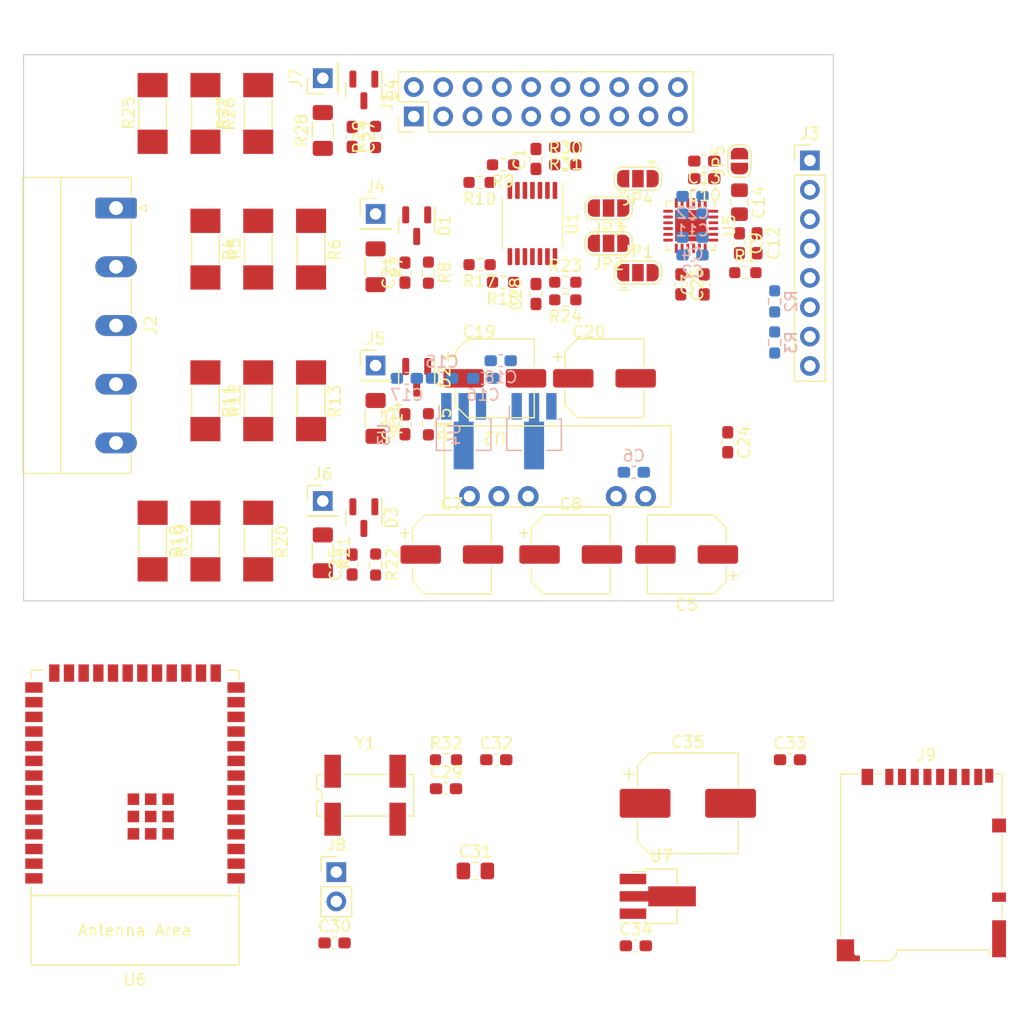
<source format=kicad_pcb>
(kicad_pcb (version 20211014) (generator pcbnew)
  (layers (0 "F.Cu" signal) (31 "B.Cu" signal) (34 "B.Paste" user) (35 "F.Paste" user) (36 "B.SilkS" user "B.Silkscreen") (37 "F.SilkS" user "F.Silkscreen") (38 "B.Mask" user) (39 "F.Mask" user) (44 "Edge.Cuts" user))
  (net 0 "")
  (net 1 "+12V")
  (net 2 "GND")
  (net 3 "Net-(JP1-Pad2)")
  (net 4 "-12V")
  (net 5 "Net-(JP2-Pad2)")
  (net 6 "+5V")
  (net 7 "+15V")
  (net 8 "-15V")
  (net 9 "+3.3V")
  (net 10 "Net-(JP3-Pad2)")
  (net 11 "Net-(C14-Pad1)")
  (net 12 "Net-(C21-Pad1)")
  (net 13 "Net-(JP4-Pad2)")
  (net 14 "Net-(C23-Pad1)")
  (net 15 "Net-(C25-Pad1)")
  (net 16 "Net-(C27-Pad1)")
  (net 17 "/IN0_EXT")
  (net 18 "/IN4_EXT")
  (net 19 "/IN1_EXT")
  (net 20 "/IN5_EXT")
  (net 21 "/IN2_EXT")
  (net 22 "/IN6_EXT")
  (net 23 "/IN3_EXT")
  (net 24 "/IN7_EXT")
  (net 27 "/REF_EXT")
  (net 28 "/voltage_input3/IN")
  (net 29 "/voltage_input/IN")
  (net 30 "/voltage_input1/IN")
  (net 31 "/voltage_input2/IN")
  (net 32 "/SCLK")
  (net 33 "/MOSI")
  (net 34 "/MISO")
  (net 35 "/CS")
  (net 36 "/PD")
  (net 37 "/voltage_input3/OUT")
  (net 38 "/voltage_input/OUT")
  (net 39 "/voltage_input1/OUT")
  (net 40 "/voltage_input2/OUT")
  (net 41 "Net-(R1-Pad1)")
  (net 42 "Net-(R4-Pad2)")
  (net 43 "Net-(R5-Pad2)")
  (net 44 "Net-(R8-Pad1)")
  (net 45 "Net-(R9-Pad1)")
  (net 46 "Net-(R10-Pad1)")
  (net 47 "Net-(R11-Pad2)")
  (net 48 "Net-(R12-Pad2)")
  (net 49 "Net-(R15-Pad1)")
  (net 50 "Net-(R16-Pad1)")
  (net 51 "Net-(R16-Pad2)")
  (net 52 "Net-(R18-Pad2)")
  (net 53 "Net-(R19-Pad2)")
  (net 54 "Net-(R22-Pad1)")
  (net 55 "Net-(R23-Pad1)")
  (net 56 "Net-(R23-Pad2)")
  (net 57 "Net-(R25-Pad2)")
  (net 58 "Net-(R26-Pad2)")
  (net 59 "Net-(R29-Pad1)")
  (net 60 "Net-(R30-Pad1)")
  (net 61 "Net-(R30-Pad2)")
  (net 62 "/AL_PD")
  (net 63 "Net-(C24-Pad1)")
  (net 64 "Net-(C29-Pad1)")
  (net 65 "Net-(C30-Pad1)")
  (net 66 "Net-(C31-Pad1)")
  (net 67 "Net-(J8-Pad1)")
  (net 68 "Net-(U6-Pad1)")
  (footprint "Connector_Phoenix_MC_HighVoltage:PhoenixContact_MC_1,5_5-G-5.08_1x05_P5.08mm_Horizontal" (layer "F.Cu") (at 117.7405 92.003 -90)
    (fp_text reference "J2" (at 10.16 -3 90) (layer "F.SilkS"))
    (fp_text value "Phoenix Stecker")
    (pad "1" thru_hole roundrect (at 0 0 270) (size 1.8 3.6) (drill 1.2) (layers *.Cu *.Mask) (roundrect_rratio 0.138889) (net 28 "/voltage_input3/IN"))
    (pad "2" thru_hole oval (at 5.08 0 270) (size 1.8 3.6) (drill 1.2) (layers *.Cu *.Mask) (net 29 "/voltage_input/IN"))
    (pad "3" thru_hole oval (at 10.16 0 270) (size 1.8 3.6) (drill 1.2) (layers *.Cu *.Mask) (net 30 "/voltage_input1/IN"))
    (pad "4" thru_hole oval (at 15.24 0 270) (size 1.8 3.6) (drill 1.2) (layers *.Cu *.Mask) (net 31 "/voltage_input2/IN"))
    (pad "5" thru_hole oval (at 20.32 0 270) (size 1.8 3.6) (drill 1.2) (layers *.Cu *.Mask) (net 2 "GND"))
  )
  (footprint "Package_TO_SOT_SMD:SOT-23" (layer "F.Cu") (at 139.192 118.782 -90)
    (fp_text reference "D3" (at 0 -2.4 90) (layer "F.SilkS"))
    (fp_text value "BAV99")
    (pad "1" smd roundrect (at -0.9375 -0.95 270) (size 1.475 0.6) (layers "F.Cu" "F.Paste" "F.Mask") (net 4 "-12V"))
    (pad "2" smd roundrect (at -0.9375 0.95 270) (size 1.475 0.6) (layers "F.Cu" "F.Paste" "F.Mask") (net 1 "+12V"))
    (pad "3" smd roundrect (at 0.9375 0 270) (size 1.475 0.6) (layers "F.Cu" "F.Paste" "F.Mask") (net 15 "Net-(C25-Pad1)"))
  )
  (footprint "Capacitor_SMD:CP_Elec_6.3x5.7" (layer "F.Cu") (at 157.102 121.975)
    (fp_text reference "C8" (at 0 -4.35) (layer "F.SilkS"))
    (fp_text value "47u")
    (pad "1" smd roundrect (at -2.7 0) (size 3.5 1.6) (layers "F.Cu" "F.Paste" "F.Mask") (roundrect_rratio 0.15625) (net 2 "GND"))
    (pad "2" smd roundrect (at 2.7 0) (size 3.5 1.6) (layers "F.Cu" "F.Paste" "F.Mask") (roundrect_rratio 0.15625) (net 8 "-15V"))
  )
  (footprint "Connector_PinHeader_2.54mm:PinHeader_1x01_P2.54mm_Vertical" (layer "F.Cu") (at 135.636 80.772 90)
    (fp_text reference "J7" (at 0 -2.33 90) (layer "F.SilkS"))
    (fp_text value "Conn_01x01_Male")
    (pad "1" thru_hole rect (at 0 0 90) (size 1.7 1.7) (drill 1) (layers *.Cu *.Mask) (net 16 "Net-(C27-Pad1)"))
  )
  (footprint "Connector_PinHeader_2.54mm:PinHeader_1x01_P2.54mm_Vertical" (layer "F.Cu") (at 140.208 92.511)
    (fp_text reference "J4" (at 0 -2.33) (layer "F.SilkS"))
    (fp_text value "Conn_01x01_Male")
    (pad "1" thru_hole rect (at 0 0) (size 1.7 1.7) (drill 1) (layers *.Cu *.Mask) (net 12 "Net-(C21-Pad1)"))
  )
  (footprint "Package_SO:TSSOP-14_4.4x5mm_P0.65mm" (layer "F.Cu") (at 153.782 93.3415 -90)
    (fp_text reference "U1" (at 0 -3.45 90) (layer "F.SilkS"))
    (fp_text value "Opamp_Quad")
    (pad "1" smd roundrect (at -2.8625 -1.95 270) (size 1.475 0.4) (layers "F.Cu" "F.Paste" "F.Mask") (net 61 "Net-(R30-Pad2)"))
    (pad "2" smd roundrect (at -2.8625 -1.3 270) (size 1.475 0.4) (layers "F.Cu" "F.Paste" "F.Mask") (net 60 "Net-(R30-Pad1)"))
    (pad "3" smd roundrect (at -2.8625 -0.65 270) (size 1.475 0.4) (layers "F.Cu" "F.Paste" "F.Mask") (net 59 "Net-(R29-Pad1)"))
    (pad "4" smd roundrect (at -2.8625 0 270) (size 1.475 0.4) (layers "F.Cu" "F.Paste" "F.Mask") (net 1 "+12V"))
    (pad "5" smd roundrect (at -2.8625 0.65 270) (size 1.475 0.4) (layers "F.Cu" "F.Paste" "F.Mask") (net 44 "Net-(R8-Pad1)"))
    (pad "6" smd roundrect (at -2.8625 1.3 270) (size 1.475 0.4) (layers "F.Cu" "F.Paste" "F.Mask") (net 45 "Net-(R9-Pad1)"))
    (pad "7" smd roundrect (at -2.8625 1.95 270) (size 1.475 0.4) (layers "F.Cu" "F.Paste" "F.Mask") (net 46 "Net-(R10-Pad1)"))
    (pad "8" smd roundrect (at 2.8625 1.95 270) (size 1.475 0.4) (layers "F.Cu" "F.Paste" "F.Mask") (net 51 "Net-(R16-Pad2)"))
    (pad "9" smd roundrect (at 2.8625 1.3 270) (size 1.475 0.4) (layers "F.Cu" "F.Paste" "F.Mask") (net 50 "Net-(R16-Pad1)"))
    (pad "10" smd roundrect (at 2.8625 0.65 270) (size 1.475 0.4) (layers "F.Cu" "F.Paste" "F.Mask") (net 49 "Net-(R15-Pad1)"))
    (pad "11" smd roundrect (at 2.8625 0 270) (size 1.475 0.4) (layers "F.Cu" "F.Paste" "F.Mask") (net 4 "-12V"))
    (pad "12" smd roundrect (at 2.8625 -0.65 270) (size 1.475 0.4) (layers "F.Cu" "F.Paste" "F.Mask") (net 54 "Net-(R22-Pad1)"))
    (pad "13" smd roundrect (at 2.8625 -1.3 270) (size 1.475 0.4) (layers "F.Cu" "F.Paste" "F.Mask") (net 55 "Net-(R23-Pad1)"))
    (pad "14" smd roundrect (at 2.8625 -1.95 270) (size 1.475 0.4) (layers "F.Cu" "F.Paste" "F.Mask") (net 56 "Net-(R23-Pad2)"))
  )
  (footprint "Resistor_SMD:R_MELF_MMB-0207" (layer "F.Cu") (at 130.048 83.82 90)
    (fp_text reference "R27" (at 0.05 -3.048 90) (layer "F.SilkS"))
    (fp_text value "330k")
    (pad "1" smd rect (at -2.45 0 90) (size 2.1 2.6) (layers "F.Cu" "F.Paste" "F.Mask") (net 58 "Net-(R26-Pad2)"))
    (pad "2" smd rect (at 2.45 0 90) (size 2.1 2.6) (layers "F.Cu" "F.Paste" "F.Mask") (net 16 "Net-(C27-Pad1)"))
  )
  (footprint "Resistor_SMD:R_MELF_MMB-0207" (layer "F.Cu") (at 125.476 95.559 -90)
    (fp_text reference "R4" (at 0.05 -2.05 90) (layer "F.SilkS"))
    (fp_text value "330k")
    (pad "1" smd rect (at -2.45 0 270) (size 2.1 2.6) (layers "F.Cu" "F.Paste" "F.Mask") (net 29 "/voltage_input/IN"))
    (pad "2" smd rect (at 2.45 0 270) (size 2.1 2.6) (layers "F.Cu" "F.Paste" "F.Mask") (net 42 "Net-(R4-Pad2)"))
  )
  (footprint "Connector_PinHeader_2.54mm:PinHeader_2x10_P2.54mm_Vertical" (layer "F.Cu") (at 143.515 84.079 90)
    (fp_text reference "J1" (at 1.27 -2.33 90) (layer "F.SilkS"))
    (fp_text value "Conn_02x10_Odd_Even")
    (pad "1" thru_hole rect (at 0 0 90) (size 1.7 1.7) (drill 1) (layers *.Cu *.Mask) (net 17 "/IN0_EXT"))
    (pad "2" thru_hole oval (at 2.54 0 90) (size 1.7 1.7) (drill 1) (layers *.Cu *.Mask) (net 18 "/IN4_EXT"))
    (pad "3" thru_hole oval (at 0 2.54 90) (size 1.7 1.7) (drill 1) (layers *.Cu *.Mask) (net 19 "/IN1_EXT"))
    (pad "4" thru_hole oval (at 2.54 2.54 90) (size 1.7 1.7) (drill 1) (layers *.Cu *.Mask) (net 20 "/IN5_EXT"))
    (pad "5" thru_hole oval (at 0 5.08 90) (size 1.7 1.7) (drill 1) (layers *.Cu *.Mask) (net 21 "/IN2_EXT"))
    (pad "6" thru_hole oval (at 2.54 5.08 90) (size 1.7 1.7) (drill 1) (layers *.Cu *.Mask) (net 22 "/IN6_EXT"))
    (pad "7" thru_hole oval (at 0 7.62 90) (size 1.7 1.7) (drill 1) (layers *.Cu *.Mask) (net 23 "/IN3_EXT"))
    (pad "8" thru_hole oval (at 2.54 7.62 90) (size 1.7 1.7) (drill 1) (layers *.Cu *.Mask) (net 24 "/IN7_EXT"))
    (pad "9" thru_hole oval (at 0 10.16 90) (size 1.7 1.7) (drill 1) (layers *.Cu *.Mask))
    (pad "10" thru_hole oval (at 2.54 10.16 90) (size 1.7 1.7) (drill 1) (layers *.Cu *.Mask))
    (pad "11" thru_hole oval (at 0 12.7 90) (size 1.7 1.7) (drill 1) (layers *.Cu *.Mask) (net 9 "+3.3V"))
    (pad "12" thru_hole oval (at 2.54 12.7 90) (size 1.7 1.7) (drill 1) (layers *.Cu *.Mask) (net 27 "/REF_EXT"))
    (pad "13" thru_hole oval (at 0 15.24 90) (size 1.7 1.7) (drill 1) (layers *.Cu *.Mask) (net 8 "-15V"))
    (pad "14" thru_hole oval (at 2.54 15.24 90) (size 1.7 1.7) (drill 1) (layers *.Cu *.Mask) (net 7 "+15V"))
    (pad "15" thru_hole oval (at 0 17.78 90) (size 1.7 1.7) (drill 1) (layers *.Cu *.Mask) (net 4 "-12V"))
    (pad "16" thru_hole oval (at 2.54 17.78 90) (size 1.7 1.7) (drill 1) (layers *.Cu *.Mask) (net 1 "+12V"))
    (pad "17" thru_hole oval (at 0 20.32 90) (size 1.7 1.7) (drill 1) (layers *.Cu *.Mask) (net 6 "+5V"))
    (pad "18" thru_hole oval (at 2.54 20.32 90) (size 1.7 1.7) (drill 1) (layers *.Cu *.Mask) (net 6 "+5V"))
    (pad "19" thru_hole oval (at 0 22.86 90) (size 1.7 1.7) (drill 1) (layers *.Cu *.Mask) (net 2 "GND"))
    (pad "20" thru_hole oval (at 2.54 22.86 90) (size 1.7 1.7) (drill 1) (layers *.Cu *.Mask) (net 2 "GND"))
  )
  (footprint "Resistor_SMD:R_1206_3216Metric_Pad1.30x1.75mm_HandSolder" (layer "F.Cu") (at 135.636 121.83 -90)
    (fp_text reference "R21" (at 0 -1.82 90) (layer "F.SilkS"))
    (fp_text value "10k")
    (pad "1" smd roundrect (at -1.55 0 270) (size 1.3 1.75) (layers "F.Cu" "F.Paste" "F.Mask") (roundrect_rratio 0.192308) (net 2 "GND"))
    (pad "2" smd roundrect (at 1.55 0 270) (size 1.3 1.75) (layers "F.Cu" "F.Paste" "F.Mask") (roundrect_rratio 0.192308) (net 15 "Net-(C25-Pad1)"))
  )
  (footprint "Capacitor_SMD:CP_Elec_6.3x5.7" (layer "F.Cu") (at 150.528 106.735)
    (fp_text reference "C19" (at -1.359 -4.0275) (layer "F.SilkS"))
    (fp_text value "47u")
    (pad "1" smd roundrect (at -2.7 0) (size 3.5 1.6) (layers "F.Cu" "F.Paste" "F.Mask") (roundrect_rratio 0.15625) (net 1 "+12V"))
    (pad "2" smd roundrect (at 2.7 0) (size 3.5 1.6) (layers "F.Cu" "F.Paste" "F.Mask") (roundrect_rratio 0.15625) (net 2 "GND"))
  )
  (footprint "Jumper:SolderJumper-3_P1.3mm_Open_RoundedPad1.0x1.5mm" (layer "F.Cu") (at 162.9145 89.463 180)
    (fp_text reference "JP4" (at 0 -1.8) (layer "F.SilkS"))
    (fp_text value "SolderJumper_3_Open")
    (pad "1" smd custom (at -1.3 0 180) (size 1 0.5) (layers "F.Cu" "F.Mask") (net 40 "/voltage_input2/OUT") (options (clearance outline) (anchor rect)) (primitives (gr_circle (center 0 0.25) (end 0.5 0.25) (width 0) (fill yes)) (gr_circle (center 0 -0.25) (end 0.5 -0.25) (width 0) (fill yes)) (gr_poly (pts (xy 0.55 0.75) (xy 0 0.75) (xy 0 -0.75) (xy 0.55 -0.75)) (width 0) (fill yes))))
    (pad "2" smd rect (at 0 0 180) (size 1 1.5) (layers "F.Cu" "F.Mask") (net 13 "Net-(JP4-Pad2)"))
    (pad "3" smd custom (at 1.3 0 180) (size 1 0.5) (layers "F.Cu" "F.Mask") (net 20 "/IN5_EXT") (options (clearance outline) (anchor rect)) (primitives (gr_circle (center 0 0.25) (end 0.5 0.25) (width 0) (fill yes)) (gr_circle (center 0 -0.25) (end 0.5 -0.25) (width 0) (fill yes)) (gr_poly (pts (xy 0 0.75) (xy -0.55 0.75) (xy -0.55 -0.75) (xy 0 -0.75)) (width 0) (fill yes))))
  )
  (footprint "Capacitor_SMD:C_0603_1608Metric_Pad1.08x0.95mm_HandSolder" (layer "F.Cu") (at 146.304 142.24)
    (fp_text reference "C29" (at 0 -1.43) (layer "F.SilkS"))
    (fp_text value "12p")
    (pad "1" smd roundrect (at -0.8625 0) (size 1.075 0.95) (layers "F.Cu" "F.Paste" "F.Mask") (net 64 "Net-(C29-Pad1)"))
    (pad "2" smd roundrect (at 0.8625 0) (size 1.075 0.95) (layers "F.Cu" "F.Paste" "F.Mask") (net 2 "GND"))
  )
  (footprint "Resistor_SMD:R_MELF_MMB-0207" (layer "F.Cu") (at 120.904 120.814 -90)
    (fp_text reference "R18" (at 0.05 -2.05 90) (layer "F.SilkS"))
    (fp_text value "330k")
    (pad "1" smd rect (at -2.45 0 270) (size 2.1 2.6) (layers "F.Cu" "F.Paste" "F.Mask") (net 31 "/voltage_input2/IN"))
    (pad "2" smd rect (at 2.45 0 270) (size 2.1 2.6) (layers "F.Cu" "F.Paste" "F.Mask") (net 52 "Net-(R18-Pad2)"))
  )
  (footprint "Package_TO_SOT_SMD:SOT-23" (layer "F.Cu") (at 143.764 106.645 -90)
    (fp_text reference "D2" (at 0 -2.4 90) (layer "F.SilkS"))
    (fp_text value "BAV99")
    (pad "1" smd roundrect (at -0.9375 -0.95 270) (size 1.475 0.6) (layers "F.Cu" "F.Paste" "F.Mask") (net 4 "-12V"))
    (pad "2" smd roundrect (at -0.9375 0.95 270) (size 1.475 0.6) (layers "F.Cu" "F.Paste" "F.Mask") (net 1 "+12V"))
    (pad "3" smd roundrect (at 0.9375 0 270) (size 1.475 0.6) (layers "F.Cu" "F.Paste" "F.Mask") (net 14 "Net-(C23-Pad1)"))
  )
  (footprint "Capacitor_SMD:C_0603_1608Metric_Pad1.08x0.95mm_HandSolder" (layer "F.Cu") (at 168.656 87.939 180)
    (fp_text reference "C13" (at 0 -1.43) (layer "F.SilkS"))
    (fp_text value "1u")
    (pad "1" smd roundrect (at -0.8625 0 180) (size 1.075 0.95) (layers "F.Cu" "F.Paste" "F.Mask") (net 6 "+5V"))
    (pad "2" smd roundrect (at 0.8625 0 180) (size 1.075 0.95) (layers "F.Cu" "F.Paste" "F.Mask") (net 2 "GND"))
  )
  (footprint "Connector_PinHeader_2.54mm:PinHeader_1x01_P2.54mm_Vertical" (layer "F.Cu") (at 135.636 117.348)
    (fp_text reference "J6" (at 0 -2.33) (layer "F.SilkS"))
    (fp_text value "Conn_01x01_Male")
    (pad "1" thru_hole rect (at 0 0) (size 1.7 1.7) (drill 1) (layers *.Cu *.Mask) (net 15 "Net-(C25-Pad1)"))
  )
  (footprint "Resistor_SMD:R_0603_1608Metric_Pad0.98x0.95mm_HandSolder" (layer "F.Cu") (at 149.21 89.7855 180)
    (fp_text reference "R10" (at 0 -1.43) (layer "F.SilkS"))
    (fp_text value "470")
    (pad "1" smd roundrect (at -0.9125 0 180) (size 0.975 0.95) (layers "F.Cu" "F.Paste" "F.Mask") (net 46 "Net-(R10-Pad1)"))
    (pad "2" smd roundrect (at 0.9125 0 180) (size 0.975 0.95) (layers "F.Cu" "F.Paste" "F.Mask") (net 38 "/voltage_input/OUT"))
  )
  (footprint "Capacitor_SMD:C_0603_1608Metric_Pad1.08x0.95mm_HandSolder" (layer "F.Cu") (at 150.654 139.73)
    (fp_text reference "C32" (at 0 -1.43) (layer "F.SilkS"))
    (fp_text value "100n")
    (pad "1" smd roundrect (at -0.8625 0) (size 1.075 0.95) (layers "F.Cu" "F.Paste" "F.Mask") (net 66 "Net-(C31-Pad1)"))
    (pad "2" smd roundrect (at 0.8625 0) (size 1.075 0.95) (layers "F.Cu" "F.Paste" "F.Mask") (net 2 "GND"))
  )
  (footprint "Capacitor_SMD:C_0603_1608Metric_Pad1.08x0.95mm_HandSolder" (layer "F.Cu") (at 173.228 95.051 -90)
    (fp_text reference "C12" (at 0 -1.43 90) (layer "F.SilkS"))
    (fp_text value "1u")
    (pad "1" smd roundrect (at -0.8625 0 270) (size 1.075 0.95) (layers "F.Cu" "F.Paste" "F.Mask") (net 9 "+3.3V"))
    (pad "2" smd roundrect (at 0.8625 0 270) (size 1.075 0.95) (layers "F.Cu" "F.Paste" "F.Mask") (net 2 "GND"))
  )
  (footprint "Resistor_SMD:R_MELF_MMB-0207" (layer "F.Cu") (at 125.476 108.677 -90)
    (fp_text reference "R11" (at 0.05 -2.05 90) (layer "F.SilkS"))
    (fp_text value "330k")
    (pad "1" smd rect (at -2.45 0 270) (size 2.1 2.6) (layers "F.Cu" "F.Paste" "F.Mask") (net 30 "/voltage_input1/IN"))
    (pad "2" smd rect (at 2.45 0 270) (size 2.1 2.6) (layers "F.Cu" "F.Paste" "F.Mask") (net 47 "Net-(R11-Pad2)"))
  )
  (footprint "Capacitor_SMD:C_0603_1608Metric_Pad1.08x0.95mm_HandSolder" (layer "F.Cu") (at 171.704 95.051 -90)
    (fp_text reference "C9" (at 0 -1.43 90) (layer "F.SilkS"))
    (fp_text value "100n")
    (pad "1" smd roundrect (at -0.8625 0 270) (size 1.075 0.95) (layers "F.Cu" "F.Paste" "F.Mask") (net 9 "+3.3V"))
    (pad "2" smd roundrect (at 0.8625 0 270) (size 1.075 0.95) (layers "F.Cu" "F.Paste" "F.Mask") (net 2 "GND"))
  )
  (footprint "Capacitor_SMD:C_0805_2012Metric_Pad1.18x1.45mm_HandSolder" (layer "F.Cu") (at 171.704 91.495 -90)
    (fp_text reference "C14" (at 0 -1.68 -90) (layer "F.SilkS"))
    (fp_text value "10u")
    (pad "1" smd roundrect (at -1.0375 0 270) (size 1.175 1.45) (layers "F.Cu" "F.Paste" "F.Mask") (roundrect_rratio 0.212766) (net 11 "Net-(C14-Pad1)"))
    (pad "2" smd roundrect (at 1.0375 0 270) (size 1.175 1.45) (layers "F.Cu" "F.Paste" "F.Mask") (roundrect_rratio 0.212766) (net 2 "GND"))
  )
  (footprint "Package_DFN_QFN:QFN-24-1EP_4x4mm_P0.5mm_EP2.7x2.7mm" (layer "F.Cu") (at 167.4865 93.527 -90)
    (fp_text reference "U5" (at 0 -3.32 90) (layer "F.SilkS"))
    (fp_text value "ADS8638")
    (pad "1" smd roundrect (at -1.9625 -1.25 270) (size 0.825 0.25) (layers "F.Cu" "F.Paste" "F.Mask") (net 6 "+5V"))
    (pad "2" smd roundrect (at -1.9625 -0.75 270) (size 0.825 0.25) (layers "F.Cu" "F.Paste" "F.Mask") (net 2 "GND"))
    (pad "3" smd roundrect (at -1.9625 -0.25 270) (size 0.825 0.25) (layers "F.Cu" "F.Paste" "F.Mask") (net 2 "GND"))
    (pad "4" smd roundrect (at -1.9625 0.25 270) (size 0.825 0.25) (layers "F.Cu" "F.Paste" "F.Mask"))
    (pad "5" smd roundrect (at -1.9625 0.75 270) (size 0.825 0.25) (layers "F.Cu" "F.Paste" "F.Mask") (net 2 "GND"))
    (pad "6" smd roundrect (at -1.9625 1.25 270) (size 0.825 0.25) (layers "F.Cu" "F.Paste" "F.Mask") (net 24 "/IN7_EXT"))
    (pad "7" smd roundrect (at -1.25 1.9625 270) (size 0.25 0.825) (layers "F.Cu" "F.Paste" "F.Mask") (net 22 "/IN6_EXT"))
    (pad "8" smd roundrect (at -0.75 1.9625 270) (size 0.25 0.825) (layers "F.Cu" "F.Paste" "F.Mask") (net 13 "Net-(JP4-Pad2)"))
    (pad "9" smd roundrect (at -0.25 1.9625 270) (size 0.25 0.825) (layers "F.Cu" "F.Paste" "F.Mask") (net 10 "Net-(JP3-Pad2)"))
    (pad "10" smd roundrect (at 0.25 1.9625 270) (size 0.25 0.825) (layers "F.Cu" "F.Paste" "F.Mask") (net 5 "Net-(JP2-Pad2)"))
    (pad "11" smd roundrect (at 0.75 1.9625 270) (size 0.25 0.825) (layers "F.Cu" "F.Paste" "F.Mask") (net 3 "Net-(JP1-Pad2)"))
    (pad "12" smd roundrect (at 1.25 1.9625 270) (size 0.25 0.825) (layers "F.Cu" "F.Paste" "F.Mask") (net 19 "/IN1_EXT"))
    (pad "13" smd roundrect (at 1.9625 1.25 270) (size 0.825 0.25) (layers "F.Cu" "F.Paste" "F.Mask") (net 17 "/IN0_EXT"))
    (pad "14" smd roundrect (at 1.9625 0.75 270) (size 0.825 0.25) (layers "F.Cu" "F.Paste" "F.Mask") (net 1 "+12V"))
    (pad "15" smd roundrect (at 1.9625 0.25 270) (size 0.825 0.25) (layers "F.Cu" "F.Paste" "F.Mask") (net 4 "-12V"))
    (pad "16" smd roundrect (at 1.9625 -0.25 270) (size 0.825 0.25) (layers "F.Cu" "F.Paste" "F.Mask") (net 35 "/CS"))
    (pad "17" smd roundrect (at 1.9625 -0.75 270) (size 0.825 0.25) (layers "F.Cu" "F.Paste" "F.Mask") (net 32 "/SCLK"))
    (pad "18" smd roundrect (at 1.9625 -1.25 270) (size 0.825 0.25) (layers "F.Cu" "F.Paste" "F.Mask") (net 33 "/MOSI"))
    (pad "19" smd roundrect (at 1.25 -1.9625 270) (size 0.25 0.825) (layers "F.Cu" "F.Paste" "F.Mask") (net 41 "Net-(R1-Pad1)"))
    (pad "20" smd roundrect (at 0.75 -1.9625 270) (size 0.25 0.825) (layers "F.Cu" "F.Paste" "F.Mask") (net 2 "GND"))
    (pad "21" smd roundrect (at 0.25 -1.9625 270) (size 0.25 0.825) (layers "F.Cu" "F.Paste" "F.Mask") (net 9 "+3.3V"))
    (pad "22" smd roundrect (at -0.25 -1.9625 270) (size 0.25 0.825) (layers "F.Cu" "F.Paste" "F.Mask") (net 62 "/AL_PD"))
    (pad "23" smd roundrect (at -0.75 -1.9625 270) (size 0.25 0.825) (layers "F.Cu" "F.Paste" "F.Mask") (net 2 "GND"))
    (pad "24" smd roundrect (at -1.25 -1.9625 270) (size 0.25 0.825) (layers "F.Cu" "F.Paste" "F.Mask") (net 11 "Net-(C14-Pad1)"))
    (pad "25" smd rect (at 0 0 270) (size 2.7 2.7) (layers "F.Cu" "F.Mask") (net 2 "GND"))
  )
  (footprint "Capacitor_SMD:CP_Elec_6.3x5.7" (layer "F.Cu") (at 160.02 106.735)
    (fp_text reference "C20" (at -1.359 -4.0275) (layer "F.SilkS"))
    (fp_text value "47u")
    (pad "1" smd roundrect (at -2.7 0) (size 3.5 1.6) (layers "F.Cu" "F.Paste" "F.Mask") (roundrect_rratio 0.15625) (net 2 "GND"))
    (pad "2" smd roundrect (at 2.7 0) (size 3.5 1.6) (layers "F.Cu" "F.Paste" "F.Mask") (roundrect_rratio 0.15625) (net 4 "-12V"))
  )
  (footprint "Capacitor_SMD:C_0603_1608Metric_Pad1.08x0.95mm_HandSolder" (layer "F.Cu") (at 142.748 97.591 90)
    (fp_text reference "C21" (at 0 -1.43 90) (layer "F.SilkS"))
    (fp_text value "150p")
    (pad "1" smd roundrect (at -0.8625 0 90) (size 1.075 0.95) (layers "F.Cu" "F.Paste" "F.Mask") (net 12 "Net-(C21-Pad1)"))
    (pad "2" smd roundrect (at 0.8625 0 90) (size 1.075 0.95) (layers "F.Cu" "F.Paste" "F.Mask") (net 2 "GND"))
  )
  (footprint "Resistor_SMD:R_0603_1608Metric_Pad0.98x0.95mm_HandSolder" (layer "F.Cu") (at 140.208 122.846 -90)
    (fp_text reference "R22" (at 0 -1.43 90) (layer "F.SilkS"))
    (fp_text value "1k")
    (pad "1" smd roundrect (at -0.9125 0 270) (size 0.975 0.95) (layers "F.Cu" "F.Paste" "F.Mask") (net 54 "Net-(R22-Pad1)"))
    (pad "2" smd roundrect (at 0.9125 0 270) (size 0.975 0.95) (layers "F.Cu" "F.Paste" "F.Mask") (net 15 "Net-(C25-Pad1)"))
  )
  (footprint "Resistor_SMD:R_1206_3216Metric_Pad1.30x1.75mm_HandSolder" (layer "F.Cu") (at 140.208 97.083 -90)
    (fp_text reference "R7" (at 0 -1.82 90) (layer "F.SilkS"))
    (fp_text value "10k")
    (pad "1" smd roundrect (at -1.55 0 270) (size 1.3 1.75) (layers "F.Cu" "F.Paste" "F.Mask") (roundrect_rratio 0.192308) (net 2 "GND"))
    (pad "2" smd roundrect (at 1.55 0 270) (size 1.3 1.75) (layers "F.Cu" "F.Paste" "F.Mask") (roundrect_rratio 0.192308) (net 12 "Net-(C21-Pad1)"))
  )
  (footprint "Capacitor_SMD:C_0603_1608Metric_Pad1.08x0.95mm_HandSolder" (layer "F.Cu") (at 142.748 110.709 90)
    (fp_text reference "C23" (at 0 -1.43 90) (layer "F.SilkS"))
    (fp_text value "150p")
    (pad "1" smd roundrect (at -0.8625 0 90) (size 1.075 0.95) (layers "F.Cu" "F.Paste" "F.Mask") (net 14 "Net-(C23-Pad1)"))
    (pad "2" smd roundrect (at 0.8625 0 90) (size 1.075 0.95) (layers "F.Cu" "F.Paste" "F.Mask") (net 2 "GND"))
  )
  (footprint "Capacitor_SMD:C_0603_1608Metric_Pad1.08x0.95mm_HandSolder" (layer "F.Cu") (at 176.084 139.73)
    (fp_text reference "C33" (at 0 -1.43) (layer "F.SilkS"))
    (fp_text value "100n")
    (pad "1" smd roundrect (at -0.8625 0) (size 1.075 0.95) (layers "F.Cu" "F.Paste" "F.Mask") (net 6 "+5V"))
    (pad "2" smd roundrect (at 0.8625 0) (size 1.075 0.95) (layers "F.Cu" "F.Paste" "F.Mask") (net 2 "GND"))
  )
  (footprint "Espressif:ESP32-S3-WROOM-2" (layer "F.Cu") (at 119.38 141.732 180)
    (fp_text reference "U6" (at 0 -17.05) (layer "F.SilkS"))
    (fp_text value "ESP32-S3-WROOM-2")
    (fp_text user "Antenna Area" (at 0 -12.75) (layer "F.SilkS"))
    (pad "1" smd rect (at -8.75 -8.26 180) (size 1.5 0.9) (layers "F.Cu" "F.Paste" "F.Mask") (net 68 "Net-(U6-Pad1)"))
    (pad "2" smd rect (at -8.75 -6.99 180) (size 1.5 0.9) (layers "F.Cu" "F.Paste" "F.Mask") (net 66 "Net-(C31-Pad1)"))
    (pad "3" smd rect (at -8.75 -5.72 180) (size 1.5 0.9) (layers "F.Cu" "F.Paste" "F.Mask") (net 65 "Net-(C30-Pad1)"))
    (pad "4" smd rect (at -8.75 -4.45 180) (size 1.5 0.9) (layers "F.Cu" "F.Paste" "F.Mask"))
    (pad "5" smd rect (at -8.75 -3.18 180) (size 1.5 0.9) (layers "F.Cu" "F.Paste" "F.Mask"))
    (pad "6" smd rect (at -8.75 -1.91 180) (size 1.5 0.9) (layers "F.Cu" "F.Paste" "F.Mask"))
    (pad "7" smd rect (at -8.75 -0.64 180) (size 1.5 0.9) (layers "F.Cu" "F.Paste" "F.Mask") (net 36 "/PD"))
    (pad "8" smd rect (at -8.75 0.63 180) (size 1.5 0.9) (layers "F.Cu" "F.Paste" "F.Mask") (net 63 "Net-(C24-Pad1)"))
    (pad "9" smd rect (at -8.75 1.9 180) (size 1.5 0.9) (layers "F.Cu" "F.Paste" "F.Mask") (net 64 "Net-(C29-Pad1)"))
    (pad "10" smd rect (at -8.75 3.17 180) (size 1.5 0.9) (layers "F.Cu" "F.Paste" "F.Mask"))
    (pad "11" smd rect (at -8.75 4.44 180) (size 1.5 0.9) (layers "F.Cu" "F.Paste" "F.Mask"))
    (pad "12" smd rect (at -8.75 5.71 180) (size 1.5 0.9) (layers "F.Cu" "F.Paste" "F.Mask"))
    (pad "13" smd rect (at -8.75 6.98 180) (size 1.5 0.9) (layers "F.Cu" "F.Paste" "F.Mask"))
    (pad "14" smd rect (at -8.75 8.25 180) (size 1.5 0.9) (layers "F.Cu" "F.Paste" "F.Mask"))
    (pad "15" smd rect (at -6.985 9.5 270) (size 1.5 0.9) (layers "F.Cu" "F.Paste" "F.Mask"))
    (pad "16" smd rect (at -5.715 9.5 270) (size 1.5 0.9) (layers "F.Cu" "F.Paste" "F.Mask"))
    (pad "17" smd rect (at -4.445 9.5 270) (size 1.5 0.9) (layers "F.Cu" "F.Paste" "F.Mask"))
    (pad "18" smd rect (at -3.175 9.5 270) (size 1.5 0.9) (layers "F.Cu" "F.Paste" "F.Mask") (net 35 "/CS"))
    (pad "19" smd rect (at -1.905 9.5 270) (size 1.5 0.9) (layers "F.Cu" "F.Paste" "F.Mask") (net 33 "/MOSI"))
    (pad "20" smd rect (at -0.635 9.5 270) (size 1.5 0.9) (layers "F.Cu" "F.Paste" "F.Mask") (net 32 "/SCLK"))
    (pad "21" smd rect (at 0.635 9.5 270) (size 1.5 0.9) (layers "F.Cu" "F.Paste" "F.Mask") (net 34 "/MISO"))
    (pad "22" smd rect (at 1.905 9.5 270) (size 1.5 0.9) (layers "F.Cu" "F.Paste" "F.Mask"))
    (pad "23" smd rect (at 3.175 9.5 270) (size 1.5 0.9) (layers "F.Cu" "F.Paste" "F.Mask"))
    (pad "24" smd rect (at 4.445 9.5 270) (size 1.5 0.9) (layers "F.Cu" "F.Paste" "F.Mask"))
    (pad "25" smd rect (at 5.715 9.5 270) (size 1.5 0.9) (layers "F.Cu" "F.Paste" "F.Mask"))
    (pad "26" smd rect (at 6.985 9.5 270) (size 1.5 0.9) (layers "F.Cu" "F.Paste" "F.Mask"))
    (pad "27" smd rect (at 8.75 8.25) (size 1.5 0.9) (layers "F.Cu" "F.Paste" "F.Mask") (net 67 "Net-(J8-Pad1)"))
    (pad "28" smd rect (at 8.75 6.98) (size 1.5 0.9) (layers "F.Cu" "F.Paste" "F.Mask"))
    (pad "29" smd rect (at 8.75 5.71) (size 1.5 0.9) (layers "F.Cu" "F.Paste" "F.Mask"))
    (pad "30" smd rect (at 8.75 4.44) (size 1.5 0.9) (layers "F.Cu" "F.Paste" "F.Mask"))
    (pad "31" smd rect (at 8.75 3.17) (size 1.5 0.9) (layers "F.Cu" "F.Paste" "F.Mask"))
    (pad "32" smd rect (at 8.75 1.9) (size 1.5 0.9) (layers "F.Cu" "F.Paste" "F.Mask"))
    (pad "33" smd rect (at 8.75 0.63) (size 1.5 0.9) (layers "F.Cu" "F.Paste" "F.Mask"))
    (pad "34" smd rect (at 8.75 -0.64) (size 1.5 0.9) (layers "F.Cu" "F.Paste" "F.Mask"))
    (pad "35" smd rect (at 8.75 -1.91) (size 1.5 0.9) (layers "F.Cu" "F.Paste" "F.Mask"))
    (pad "36" smd rect (at 8.75 -3.18) (size 1.5 0.9) (layers "F.Cu" "F.Paste" "F.Mask"))
    (pad "37" smd rect (at 8.75 -4.45) (size 1.5 0.9) (layers "F.Cu" "F.Paste" "F.Mask"))
    (pad "38" smd rect (at 8.75 -5.72) (size 1.5 0.9) (layers "F.Cu" "F.Paste" "F.Mask"))
    (pad "39" smd rect (at 8.75 -6.99) (size 1.5 0.9) (layers "F.Cu" "F.Paste" "F.Mask"))
    (pad "40" smd rect (at 8.75 -8.26) (size 1.5 0.9) (layers "F.Cu" "F.Paste" "F.Mask") (net 68 "Net-(U6-Pad1)"))
    (pad "41" smd rect (at -1.36 -2.91) (size 1 1) (layers "F.Cu" "F.Paste" "F.Mask") (net 68 "Net-(U6-Pad1)"))
    (pad "41" smd rect (at -1.36 -4.41) (size 1 1) (layers "F.Cu" "F.Paste" "F.Mask") (net 68 "Net-(U6-Pad1)"))
    (pad "41" smd rect (at 0.14 -4.41) (size 1 1) (layers "F.Cu" "F.Paste" "F.Mask") (net 68 "Net-(U6-Pad1)"))
    (pad "41" smd rect (at 0.14 -1.41) (size 1 1) (layers "F.Cu" "F.Paste" "F.Mask") (net 68 "Net-(U6-Pad1)"))
    (pad "41" smd rect (at -1.36 -1.41) (size 1 1) (layers "F.Cu" "F.Paste" "F.Mask") (net 68 "Net-(U6-Pad1)"))
    (pad "41" smd rect (at -2.86 -1.41) (size 1 1) (layers "F.Cu" "F.Paste" "F.Mask") (net 68 "Net-(U6-Pad1)"))
    (pad "41" smd rect (at 0.14 -2.91) (size 1 1) (layers "F.Cu" "F.Paste" "F.Mask") (net 68 "Net-(U6-Pad1)"))
    (pad "41" smd rect (at -2.86 -2.91) (size 1 1) (layers "F.Cu" "F.Paste" "F.Mask") (net 68 "Net-(U6-Pad1)"))
    (pad "41" smd rect (at -2.86 -4.41) (size 1 1) (layers "F.Cu" "F.Paste" "F.Mask") (net 68 "Net-(U6-Pad1)"))
  )
  (footprint "Capacitor_SMD:C_0603_1608Metric_Pad1.08x0.95mm_HandSolder" (layer "F.Cu") (at 138.176 122.846 90)
    (fp_text reference "C25" (at 0 -1.43 90) (layer "F.SilkS"))
    (fp_text value "150p")
    (pad "1" smd roundrect (at -0.8625 0 90) (size 1.075 0.95) (layers "F.Cu" "F.Paste" "F.Mask") (net 15 "Net-(C25-Pad1)"))
    (pad "2" smd roundrect (at 0.8625 0 90) (size 1.075 0.95) (layers "F.Cu" "F.Paste" "F.Mask") (net 2 "GND"))
  )
  (footprint "Jumper:SolderJumper-3_P1.3mm_Open_RoundedPad1.0x1.5mm" (layer "F.Cu") (at 160.3745 92.003 180)
    (fp_text reference "JP3" (at 0 -1.8) (layer "F.SilkS"))
    (fp_text value "SolderJumper_3_Open")
    (pad "1" smd custom (at -1.3 0 180) (size 1 0.5) (layers "F.Cu" "F.Mask") (net 39 "/voltage_input1/OUT") (options (clearance outline) (anchor rect)) (primitives (gr_circle (center 0 0.25) (end 0.5 0.25) (width 0) (fill yes)) (gr_circle (center 0 -0.25) (end 0.5 -0.25) (width 0) (fill yes)) (gr_poly (pts (xy 0.55 0.75) (xy 0 0.75) (xy 0 -0.75) (xy 0.55 -0.75)) (width 0) (fill yes))))
    (pad "2" smd rect (at 0 0 180) (size 1 1.5) (layers "F.Cu" "F.Mask") (net 10 "Net-(JP3-Pad2)"))
    (pad "3" smd custom (at 1.3 0 180) (size 1 0.5) (layers "F.Cu" "F.Mask") (net 18 "/IN4_EXT") (options (clearance outline) (anchor rect)) (primitives (gr_circle (center 0 0.25) (end 0.5 0.25) (width 0) (fill yes)) (gr_circle (center 0 -0.25) (end 0.5 -0.25) (width 0) (fill yes)) (gr_poly (pts (xy 0 0.75) (xy -0.55 0.75) (xy -0.55 -0.75) (xy 0 -0.75)) (width 0) (fill yes))))
  )
  (footprint "Resistor_SMD:R_MELF_MMB-0207" (layer "F.Cu") (at 130.048 95.559 90)
    (fp_text reference "R5" (at 0.05 -2.05 90) (layer "F.SilkS"))
    (fp_text value "330k")
    (pad "1" smd rect (at -2.45 0 90) (size 2.1 2.6) (layers "F.Cu" "F.Paste" "F.Mask") (net 42 "Net-(R4-Pad2)"))
    (pad "2" smd rect (at 2.45 0 90) (size 2.1 2.6) (layers "F.Cu" "F.Paste" "F.Mask") (net 43 "Net-(R5-Pad2)"))
  )
  (footprint "Jumper:SolderJumper-3_P1.3mm_Open_RoundedPad1.0x1.5mm" (layer "F.Cu") (at 162.9145 97.591)
    (fp_text reference "JP1" (at 0 -1.8) (layer "F.SilkS"))
    (fp_text value "SolderJumper_3_Open")
    (pad "1" smd custom (at -1.3 0) (size 1 0.5) (layers "F.Cu" "F.Mask") (net 37 "/voltage_input3/OUT") (options (clearance outline) (anchor rect)) (primitives (gr_circle (center 0 0.25) (end 0.5 0.25) (width 0) (fill yes)) (gr_circle (center 0 -0.25) (end 0.5 -0.25) (width 0) (fill yes)) (gr_poly (pts (xy 0.55 0.75) (xy 0 0.75) (xy 0 -0.75) (xy 0.55 -0.75)) (width 0) (fill yes))))
    (pad "2" smd rect (at 0 0) (size 1 1.5) (layers "F.Cu" "F.Mask") (net 3 "Net-(JP1-Pad2)"))
    (pad "3" smd custom (at 1.3 0) (size 1 0.5) (layers "F.Cu" "F.Mask") (net 21 "/IN2_EXT") (options (clearance outline) (anchor rect)) (primitives (gr_circle (center 0 0.25) (end 0.5 0.25) (width 0) (fill yes)) (gr_circle (center 0 -0.25) (end 0.5 -0.25) (width 0) (fill yes)) (gr_poly (pts (xy 0 0.75) (xy -0.55 0.75) (xy -0.55 -0.75) (xy 0 -0.75)) (width 0) (fill yes))))
  )
  (footprint "Package_TO_SOT_SMD:SOT-89-3_Handsoldering" (layer "F.Cu") (at 164.634 151.55)
    (fp_text reference "U7" (at 0.3 -3.5) (layer "F.SilkS"))
    (fp_text value "L78L12ACUTR")
    (pad "1" smd rect (at -2.15 -1.5) (size 2.3 0.9) (layers "F.Cu" "F.Paste" "F.Mask") (net 9 "+3.3V"))
    (pad "2" smd custom (at -2.0625 0) (size 2.475 0.9) (layers "F.Cu" "F.Paste" "F.Mask") (net 2 "GND") (options (clearance outline) (anchor rect)) (primitives (gr_poly (pts (xy 5.3625 0.8665) (xy 1.2375 0.8665) (xy 1.2375 -0.8665) (xy 5.3625 -0.8665)) (width 0) (fill yes))))
    (pad "3" smd rect (at -2.15 1.5) (size 2.3 0.9) (layers "F.Cu" "F.Paste" "F.Mask") (net 6 "+5V"))
  )
  (footprint "Connector_Card:microSD_HC_Hirose_DM3BT-DSF-PEJS" (layer "F.Cu") (at 187.452 148.844)
    (fp_text reference "J9" (at 0.425 -9.525) (layer "F.SilkS"))
    (fp_text value "Micro_SD_Card")
    (pad "1" smd rect (at -2.775 -7.625) (size 0.7 1.4) (layers "F.Cu" "F.Paste" "F.Mask"))
    (pad "2" smd rect (at -1.675 -7.625) (size 0.7 1.4) (layers "F.Cu" "F.Paste" "F.Mask"))
    (pad "3" smd rect (at -0.575 -7.625) (size 0.7 1.4) (layers "F.Cu" "F.Paste" "F.Mask"))
    (pad "4" smd rect (at 0.525 -7.625) (size 0.7 1.4) (layers "F.Cu" "F.Paste" "F.Mask"))
    (pad "5" smd rect (at 1.625 -7.625) (size 0.7 1.4) (layers "F.Cu" "F.Paste" "F.Mask"))
    (pad "6" smd rect (at 2.725 -7.625) (size 0.7 1.4) (layers "F.Cu" "F.Paste" "F.Mask"))
    (pad "7" smd rect (at 3.825 -7.625) (size 0.7 1.4) (layers "F.Cu" "F.Paste" "F.Mask"))
    (pad "8" smd rect (at 4.925 -7.625) (size 0.7 1.4) (layers "F.Cu" "F.Paste" "F.Mask"))
    (pad "9" smd rect (at 5.875 -7.725) (size 0.7 1.2) (layers "F.Cu" "F.Paste" "F.Mask"))
    (pad "10" smd rect (at 6.725 2.775) (size 1.2 0.8) (layers "F.Cu" "F.Paste" "F.Mask"))
    (pad "11" smd rect (at 6.725 -3.425) (size 1.2 1.2) (layers "F.Cu" "F.Paste" "F.Mask"))
    (pad "11" smd rect (at -5.575 8.075) (size 0.5 0.5) (layers "F.Cu" "F.Paste" "F.Mask"))
    (pad "11" smd rect (at -5.825 7.825 45) (size 0.2 0.2) (layers "F.Cu" "F.Paste" "F.Mask"))
    (pad "11" smd rect (at 6.725 6.375) (size 1.2 3.2) (layers "F.Cu" "F.Paste" "F.Mask"))
    (pad "11" smd rect (at -6.575 7.375) (size 1.5 1.9) (layers "F.Cu" "F.Paste" "F.Mask"))
    (pad "11" smd rect (at -4.675 -7.625) (size 1 1.4) (layers "F.Cu" "F.Paste" "F.Mask"))
  )
  (footprint "Resistor_SMD:R_0603_1608Metric_Pad0.98x0.95mm_HandSolder" (layer "F.Cu") (at 144.78 97.591 -90)
    (fp_text reference "R8" (at 0 -1.43 90) (layer "F.SilkS"))
    (fp_text value "1k")
    (pad "1" smd roundrect (at -0.9125 0 270) (size 0.975 0.95) (layers "F.Cu" "F.Paste" "F.Mask") (net 44 "Net-(R8-Pad1)"))
    (pad "2" smd roundrect (at 0.9125 0 270) (size 0.975 0.95) (layers "F.Cu" "F.Paste" "F.Mask") (net 12 "Net-(C21-Pad1)"))
  )
  (footprint "Resistor_SMD:R_1206_3216Metric_Pad1.30x1.75mm_HandSolder" (layer "F.Cu") (at 140.208 110.201 -90)
    (fp_text reference "R14" (at 0 -1.82 90) (layer "F.SilkS"))
    (fp_text value "10k")
    (pad "1" smd roundrect (at -1.55 0 270) (size 1.3 1.75) (layers "F.Cu" "F.Paste" "F.Mask") (roundrect_rratio 0.192308) (net 2 "GND"))
    (pad "2" smd roundrect (at 1.55 0 270) (size 1.3 1.75) (layers "F.Cu" "F.Paste" "F.Mask") (roundrect_rratio 0.192308) (net 14 "Net-(C23-Pad1)"))
  )
  (footprint "Capacitor_SMD:CP_Elec_8x10.5" (layer "F.Cu") (at 167.234 143.5)
    (fp_text reference "C35" (at 0 -5.3) (layer "F.SilkS"))
    (fp_text value "470u")
    (pad "1" smd roundrect (at -3.7 0) (size 4.4 2.5) (layers "F.Cu" "F.Paste" "F.Mask") (roundrect_rratio 0.1) (net 9 "+3.3V"))
    (pad "2" smd roundrect (at 3.7 0) (size 4.4 2.5) (layers "F.Cu" "F.Paste" "F.Mask") (roundrect_rratio 0.1) (net 2 "GND"))
  )
  (footprint "Resistor_SMD:R_0603_1608Metric_Pad0.98x0.95mm_HandSolder" (layer "F.Cu") (at 156.629 88.2615)
    (fp_text reference "R30" (at 0 -1.43) (layer "F.SilkS"))
    (fp_text value "100")
    (pad "1" smd roundrect (at -0.9125 0) (size 0.975 0.95) (layers "F.Cu" "F.Paste" "F.Mask") (net 60 "Net-(R30-Pad1)"))
    (pad "2" smd roundrect (at 0.9125 0) (size 0.975 0.95) (layers "F.Cu" "F.Paste" "F.Mask") (net 61 "Net-(R30-Pad2)"))
  )
  (footprint "Resistor_SMD:R_MELF_MMB-0207" (layer "F.Cu") (at 120.904 83.82 90)
    (fp_text reference "R25" (at 0.05 -2.05 90) (layer "F.SilkS"))
    (fp_text value "330k")
    (pad "1" smd rect (at -2.45 0 90) (size 2.1 2.6) (layers "F.Cu" "F.Paste" "F.Mask") (net 28 "/voltage_input3/IN"))
    (pad "2" smd rect (at 2.45 0 90) (size 2.1 2.6) (layers "F.Cu" "F.Paste" "F.Mask") (net 57 "Net-(R25-Pad2)"))
  )
  (footprint "Resistor_SMD:R_0603_1608Metric_Pad0.98x0.95mm_HandSolder" (layer "F.Cu") (at 140.208 85.852 90)
    (fp_text reference "R29" (at 0 -1.43 90) (layer "F.SilkS"))
    (fp_text value "1k")
    (pad "1" smd roundrect (at -0.9125 0 90) (size 0.975 0.95) (layers "F.Cu" "F.Paste" "F.Mask") (net 59 "Net-(R29-Pad1)"))
    (pad "2" smd roundrect (at 0.9125 0 90) (size 0.975 0.95) (layers "F.Cu" "F.Paste" "F.Mask") (net 16 "Net-(C27-Pad1)"))
  )
  (footprint "Capacitor_SMD:CP_Elec_6.3x5.7" (layer "F.Cu") (at 167.132 121.975 180)
    (fp_text reference "C5" (at 0 -4.35) (layer "F.SilkS"))
    (fp_text value "47u")
    (pad "1" smd roundrect (at -2.7 0 180) (size 3.5 1.6) (layers "F.Cu" "F.Paste" "F.Mask") (roundrect_rratio 0.15625) (net 6 "+5V"))
    (pad "2" smd roundrect (at 2.7 0 180) (size 3.5 1.6) (layers "F.Cu" "F.Paste" "F.Mask") (roundrect_rratio 0.15625) (net 2 "GND"))
  )
  (footprint "Resistor_SMD:R_MELF_MMB-0207" (layer "F.Cu") (at 134.62 108.677 -90)
    (fp_text reference "R13" (at 0.05 -2.05 90) (layer "F.SilkS"))
    (fp_text value "330k")
    (pad "1" smd rect (at -2.45 0 270) (size 2.1 2.6) (layers "F.Cu" "F.Paste" "F.Mask") (net 48 "Net-(R12-Pad2)"))
    (pad "2" smd rect (at 2.45 0 270) (size 2.1 2.6) (layers "F.Cu" "F.Paste" "F.Mask") (net 14 "Net-(C23-Pad1)"))
  )
  (footprint "Resistor_SMD:R_0603_1608Metric_Pad0.98x0.95mm_HandSolder" (layer "F.Cu") (at 156.629 98.4215)
    (fp_text reference "R23" (at 0 -1.43) (layer "F.SilkS"))
    (fp_text value "100")
    (pad "1" smd roundrect (at -0.9125 0) (size 0.975 0.95) (layers "F.Cu" "F.Paste" "F.Mask") (net 55 "Net-(R23-Pad1)"))
    (pad "2" smd roundrect (at 0.9125 0) (size 0.975 0.95) (layers "F.Cu" "F.Paste" "F.Mask") (net 56 "Net-(R23-Pad2)"))
  )
  (footprint "Capacitor_SMD:C_0603_1608Metric_Pad1.08x0.95mm_HandSolder" (layer "F.Cu") (at 138.176 85.852 -90)
    (fp_text reference "C27" (at 0 -1.43 90) (layer "F.SilkS"))
    (fp_text value "150p")
    (pad "1" smd roundrect (at -0.8625 0 270) (size 1.075 0.95) (layers "F.Cu" "F.Paste" "F.Mask") (net 16 "Net-(C27-Pad1)"))
    (pad "2" smd roundrect (at 0.8625 0 270) (size 1.075 0.95) (layers "F.Cu" "F.Paste" "F.Mask") (net 2 "GND"))
  )
  (footprint "Resistor_SMD:R_0603_1608Metric_Pad0.98x0.95mm_HandSolder" (layer "F.Cu") (at 151.242 98.4215 180)
    (fp_text reference "R16" (at 0 -1.43) (layer "F.SilkS"))
    (fp_text value "100")
    (pad "1" smd roundrect (at -0.9125 0 180) (size 0.975 0.95) (layers "F.Cu" "F.Paste" "F.Mask") (net 50 "Net-(R16-Pad1)"))
    (pad "2" smd roundrect (at 0.9125 0 180) (size 0.975 0.95) (layers "F.Cu" "F.Paste" "F.Mask") (net 51 "Net-(R16-Pad2)"))
  )
  (footprint "Resistor_SMD:R_1206_3216Metric_Pad1.30x1.75mm_HandSolder" (layer "F.Cu") (at 135.636 85.289 90)
    (fp_text reference "R28" (at 0 -1.82 90) (layer "F.SilkS"))
    (fp_text value "10k")
    (pad "1" smd roundrect (at -1.55 0 90) (size 1.3 1.75) (layers "F.Cu" "F.Paste" "F.Mask") (roundrect_rratio 0.192308) (net 2 "GND"))
    (pad "2" smd roundrect (at 1.55 0 90) (size 1.3 1.75) (layers "F.Cu" "F.Paste" "F.Mask") (roundrect_rratio 0.192308) (net 16 "Net-(C27-Pad1)"))
  )
  (footprint "Capacitor_SMD:C_0603_1608Metric_Pad1.08x0.95mm_HandSolder" (layer "F.Cu") (at 168.656 98.607 90)
    (fp_text reference "C3" (at 0 -1.43 90) (layer "F.SilkS"))
    (fp_text value "1u")
    (pad "1" smd roundrect (at -0.8625 0 90) (size 1.075 0.95) (layers "F.Cu" "F.Paste" "F.Mask") (net 2 "GND"))
    (pad "2" smd roundrect (at 0.8625 0 90) (size 1.075 0.95) (layers "F.Cu" "F.Paste" "F.Mask") (net 4 "-12V"))
  )
  (footprint "Connector_PinHeader_2.54mm:PinHeader_1x08_P2.54mm_Vertical" (layer "F.Cu") (at 177.8 87.884)
    (fp_text reference "J3" (at 0 -2.33) (layer "F.SilkS"))
    (fp_text value "Conn_01x08")
    (pad "1" thru_hole rect (at 0 0) (size 1.7 1.7) (drill 1) (layers *.Cu *.Mask) (net 32 "/SCLK"))
    (pad "2" thru_hole oval (at 0 2.54) (size 1.7 1.7) (drill 1) (layers *.Cu *.Mask) (net 33 "/MOSI"))
    (pad "3" thru_hole oval (at 0 5.08) (size 1.7 1.7) (drill 1) (layers *.Cu *.Mask) (net 34 "/MISO"))
    (pad "4" thru_hole oval (at 0 7.62) (size 1.7 1.7) (drill 1) (layers *.Cu *.Mask) (net 35 "/CS"))
    (pad "5" thru_hole oval (at 0 10.16) (size 1.7 1.7) (drill 1) (layers *.Cu *.Mask) (net 36 "/PD"))
    (pad "6" thru_hole oval (at 0 12.7) (size 1.7 1.7) (drill 1) (layers *.Cu *.Mask) (net 9 "+3.3V"))
    (pad "7" thru_hole oval (at 0 15.24) (size 1.7 1.7) (drill 1) (layers *.Cu *.Mask) (net 6 "+5V"))
    (pad "8" thru_hole oval (at 0 17.78) (size 1.7 1.7) (drill 1) (layers *.Cu *.Mask) (net 2 "GND"))
  )
  (footprint "cf:DCDC_BIPOLAR" (layer "F.Cu") (at 163.576 116.955 180)
    (fp_text reference "U2" (at 13.048 5.08 180 unlocked) (layer "F.SilkS"))
    (fp_text value "DCDC_BIPOLAR")
    (pad "1" thru_hole circle (at 0 0 180) (size 1.8 1.8) (drill 1) (layers *.Cu *.Mask) (net 6 "+5V"))
    (pad "2" thru_hole circle (at 2.54 0 180) (size 1.8 1.8) (drill 1) (layers *.Cu *.Mask) (net 2 "GND"))
    (pad "5" thru_hole circle (at 10.16 0 180) (size 1.8 1.8) (drill 1) (layers *.Cu *.Mask) (net 8 "-15V"))
    (pad "6" thru_hole circle (at 12.7 0 180) (size 1.8 1.8) (drill 1) (layers *.Cu *.Mask) (net 2 "GND"))
    (pad "7" thru_hole circle (at 15.24 0 180) (size 1.8 1.8) (drill 1) (layers *.Cu *.Mask) (net 7 "+15V"))
  )
  (footprint "Crystal:Crystal_SMD_SeikoEpson_MC306-4Pin_8.0x3.2mm_HandSoldering" (layer "F.Cu") (at 139.304 142.8)
    (fp_text reference "Y1" (at 0 -4.5) (layer "F.SilkS"))
    (fp_text value "Crystal_GND23")
    (pad "1" smd rect (at -2.815 2.075) (size 1.43 2.85) (layers "F.Cu" "F.Paste" "F.Mask") (net 64 "Net-(C29-Pad1)"))
    (pad "2" smd rect (at 2.815 2.075) (size 1.43 2.85) (layers "F.Cu" "F.Paste" "F.Mask"))
    (pad "3" smd rect (at 2.815 -2.075) (size 1.43 2.85) (layers "F.Cu" "F.Paste" "F.Mask"))
    (pad "4" smd rect (at -2.815 -2.075) (size 1.43 2.85) (layers "F.Cu" "F.Paste" "F.Mask") (net 63 "Net-(C24-Pad1)"))
  )
  (footprint "Resistor_SMD:R_0603_1608Metric_Pad0.98x0.95mm_HandSolder" (layer "F.Cu") (at 151.242 88.2615 180)
    (fp_text reference "R9" (at 0 -1.43) (layer "F.SilkS"))
    (fp_text value "100")
    (pad "1" smd roundrect (at -0.9125 0 180) (size 0.975 0.95) (layers "F.Cu" "F.Paste" "F.Mask") (net 45 "Net-(R9-Pad1)"))
    (pad "2" smd roundrect (at 0.9125 0 180) (size 0.975 0.95) (layers "F.Cu" "F.Paste" "F.Mask") (net 46 "Net-(R10-Pad1)"))
  )
  (footprint "Resistor_SMD:R_0603_1608Metric_Pad0.98x0.95mm_HandSolder" (layer "F.Cu") (at 156.629 99.9455 180)
    (fp_text reference "R24" (at 0 -1.43) (layer "F.SilkS"))
    (fp_text value "470")
    (pad "1" smd roundrect (at -0.9125 0 180) (size 0.975 0.95) (layers "F.Cu" "F.Paste" "F.Mask") (net 56 "Net-(R23-Pad2)"))
    (pad "2" smd roundrect (at 0.9125 0 180) (size 0.975 0.95) (layers "F.Cu" "F.Paste" "F.Mask") (net 40 "/voltage_input2/OUT"))
  )
  (footprint "Jumper:SolderJumper-3_P1.3mm_Open_RoundedPad1.0x1.5mm" (layer "F.Cu") (at 160.3745 95.051 180)
    (fp_text reference "JP2" (at 0 -1.8) (layer "F.SilkS"))
    (fp_text value "SolderJumper_3_Open")
    (pad "1" smd custom (at -1.3 0 180) (size 1 0.5) (layers "F.Cu" "F.Mask") (net 38 "/voltage_input/OUT") (options (clearance outline) (anchor rect)) (primitives (gr_circle (center 0 0.25) (end 0.5 0.25) (width 0) (fill yes)) (gr_circle (center 0 -0.25) (end 0.5 -0.25) (width 0) (fill yes)) (gr_poly (pts (xy 0.55 0.75) (xy 0 0.75) (xy 0 -0.75) (xy 0.55 -0.75)) (width 0) (fill yes))))
    (pad "2" smd rect (at 0 0 180) (size 1 1.5) (layers "F.Cu" "F.Mask") (net 5 "Net-(JP2-Pad2)"))
    (pad "3" smd custom (at 1.3 0 180) (size 1 0.5) (layers "F.Cu" "F.Mask") (net 23 "/IN3_EXT") (options (clearance outline) (anchor rect)) (primitives (gr_circle (center 0 0.25) (end 0.5 0.25) (width 0) (fill yes)) (gr_circle (center 0 -0.25) (end 0.5 -0.25) (width 0) (fill yes)) (gr_poly (pts (xy 0 0.75) (xy -0.55 0.75) (xy -0.55 -0.75) (xy 0 -0.75)) (width 0) (fill yes))))
  )
  (footprint "Resistor_SMD:R_0603_1608Metric_Pad0.98x0.95mm_HandSolder" (layer "F.Cu") (at 146.304 139.73)
    (fp_text reference "R32" (at 0 -1.43) (layer "F.SilkS"))
    (fp_text value "10k")
    (pad "1" smd roundrect (at -0.9125 0) (size 0.975 0.95) (layers "F.Cu" "F.Paste" "F.Mask") (net 65 "Net-(C30-Pad1)"))
    (pad "2" smd roundrect (at 0.9125 0) (size 0.975 0.95) (layers "F.Cu" "F.Paste" "F.Mask") (net 9 "+3.3V"))
  )
  (footprint "Capacitor_SMD:CP_Elec_6.3x5.7" (layer "F.Cu") (at 146.812 121.975)
    (fp_text reference "C7" (at 0 -4.35) (layer "F.SilkS"))
    (fp_text value "47u")
    (pad "1" smd roundrect (at -2.7 0) (size 3.5 1.6) (layers "F.Cu" "F.Paste" "F.Mask") (roundrect_rratio 0.15625) (net 7 "+15V"))
    (pad "2" smd roundrect (at 2.7 0) (size 3.5 1.6) (layers "F.Cu" "F.Paste" "F.Mask") (roundrect_rratio 0.15625) (net 2 "GND"))
  )
  (footprint "Resistor_SMD:R_MELF_MMB-0207" (layer "F.Cu") (at 125.476 83.82 -90)
    (fp_text reference "R26" (at 0.05 -2.05 90) (layer "F.SilkS"))
    (fp_text value "330k")
    (pad "1" smd rect (at -2.45 0 270) (size 2.1 2.6) (layers "F.Cu" "F.Paste" "F.Mask") (net 57 "Net-(R25-Pad2)"))
    (pad "2" smd rect (at 2.45 0 270) (size 2.1 2.6) (layers "F.Cu" "F.Paste" "F.Mask") (net 58 "Net-(R26-Pad2)"))
  )
  (footprint "Resistor_SMD:R_MELF_MMB-0207" (layer "F.Cu") (at 125.476 120.814 90)
    (fp_text reference "R19" (at 0.05 -2.05 90) (layer "F.SilkS"))
    (fp_text value "330k")
    (pad "1" smd rect (at -2.45 0 90) (size 2.1 2.6) (layers "F.Cu" "F.Paste" "F.Mask") (net 52 "Net-(R18-Pad2)"))
    (pad "2" smd rect (at 2.45 0 90) (size 2.1 2.6) (layers "F.Cu" "F.Paste" "F.Mask") (net 53 "Net-(R19-Pad2)"))
  )
  (footprint "Resistor_SMD:R_MELF_MMB-0207" (layer "F.Cu") (at 130.048 108.677 90)
    (fp_text reference "R12" (at 0.05 -2.05 90) (layer "F.SilkS"))
    (fp_text value "330k")
    (pad "1" smd rect (at -2.45 0 90) (size 2.1 2.6) (layers "F.Cu" "F.Paste" "F.Mask") (net 47 "Net-(R11-Pad2)"))
    (pad "2" smd rect (at 2.45 0 90) (size 2.1 2.6) (layers "F.Cu" "F.Paste" "F.Mask") (net 48 "Net-(R12-Pad2)"))
  )
  (footprint "Resistor_SMD:R_MELF_MMB-0207" (layer "F.Cu") (at 130.048 120.814 -90)
    (fp_text reference "R20" (at 0.05 -2.05 90) (layer "F.SilkS"))
    (fp_text value "330k")
    (pad "1" smd rect (at -2.45 0 270) (size 2.1 2.6) (layers "F.Cu" "F.Paste" "F.Mask") (net 53 "Net-(R19-Pad2)"))
    (pad "2" smd rect (at 2.45 0 270) (size 2.1 2.6) (layers "F.Cu" "F.Paste" "F.Mask") (net 15 "Net-(C25-Pad1)"))
  )
  (footprint "Resistor_SMD:R_MELF_MMB-0207" (layer "F.Cu") (at 134.62 95.559 -90)
    (fp_text reference "R6" (at 0.05 -2.05 90) (layer "F.SilkS"))
    (fp_text value "330k")
    (pad "1" smd rect (at -2.45 0 270) (size 2.1 2.6) (layers "F.Cu" "F.Paste" "F.Mask") (net 43 "Net-(R5-Pad2)"))
    (pad "2" smd rect (at 2.45 0 270) (size 2.1 2.6) (layers "F.Cu" "F.Paste" "F.Mask") (net 12 "Net-(C21-Pad1)"))
  )
  (footprint "Capacitor_SMD:C_0603_1608Metric_Pad1.08x0.95mm_HandSolder" (layer "F.Cu") (at 170.688 112.268 -90)
    (fp_text reference "C24" (at 0 -1.43 -90) (layer "F.SilkS"))
    (fp_text value "12p")
    (pad "1" smd roundrect (at -0.8625 0 270) (size 1.075 0.95) (layers "F.Cu" "F.Paste" "F.Mask") (net 63 "Net-(C24-Pad1)"))
    (pad "2" smd roundrect (at 0.8625 0 270) (size 1.075 0.95) (layers "F.Cu" "F.Paste" "F.Mask") (net 2 "GND"))
  )
  (footprint "Connector_PinHeader_2.54mm:PinHeader_1x01_P2.54mm_Vertical" (layer "F.Cu") (at 140.208 105.629)
    (fp_text reference "J5" (at 0 -2.33) (layer "F.SilkS"))
    (fp_text value "Conn_01x01_Male")
    (pad "1" thru_hole rect (at 0 0) (size 1.7 1.7) (drill 1) (layers *.Cu *.Mask) (net 14 "Net-(C23-Pad1)"))
  )
  (footprint "Capacitor_SMD:C_0603_1608Metric_Pad1.08x0.95mm_HandSolder" (layer "F.Cu") (at 162.734 155.83)
    (fp_text reference "C34" (at 0 -1.43) (layer "F.SilkS"))
    (fp_text value "100n")
    (pad "1" smd roundrect (at -0.8625 0) (size 1.075 0.95) (layers "F.Cu" "F.Paste" "F.Mask") (net 9 "+3.3V"))
    (pad "2" smd roundrect (at 0.8625 0) (size 1.075 0.95) (layers "F.Cu" "F.Paste" "F.Mask") (net 2 "GND"))
  )
  (footprint "Resistor_SMD:R_0603_1608Metric_Pad0.98x0.95mm_HandSolder" (layer "F.Cu") (at 172.212 97.591)
    (fp_text reference "R1" (at 0 -1.43) (layer "F.SilkS"))
    (fp_text value "100")
    (pad "1" smd roundrect (at -0.9125 0) (size 0.975 0.95) (layers "F.Cu" "F.Paste" "F.Mask") (net 41 "Net-(R1-Pad1)"))
    (pad "2" smd roundrect (at 0.9125 0) (size 0.975 0.95) (layers "F.Cu" "F.Paste" "F.Mask") (net 34 "/MISO"))
  )
  (footprint "Capacitor_SMD:C_0603_1608Metric_Pad1.08x0.95mm_HandSolder" (layer "F.Cu") (at 154.089 99.4375 90)
    (fp_text reference "C28" (at 0 -1.737 90) (layer "F.SilkS"))
    (fp_text value "1u")
    (pad "1" smd roundrect (at -0.8625 0 90) (size 1.075 0.95) (layers "F.Cu" "F.Paste" "F.Mask") (net 2 "GND"))
    (pad "2" smd roundrect (at 0.8625 0 90) (size 1.075 0.95) (layers "F.Cu" "F.Paste" "F.Mask") (net 4 "-12V"))
  )
  (footprint "Resistor_SMD:R_0603_1608Metric_Pad0.98x0.95mm_HandSolder" (layer "F.Cu") (at 149.21 96.8975 180)
    (fp_text reference "R17" (at 0 -1.43) (layer "F.SilkS"))
    (fp_text value "470")
    (pad "1" smd roundrect (at -0.9125 0 180) (size 0.975 0.95) (layers "F.Cu" "F.Paste" "F.Mask") (net 51 "Net-(R16-Pad2)"))
    (pad "2" smd roundrect (at 0.9125 0 180) (size 0.975 0.95) (layers "F.Cu" "F.Paste" "F.Mask") (net 39 "/voltage_input1/OUT"))
  )
  (footprint "Capacitor_SMD:C_0805_2012Metric_Pad1.18x1.45mm_HandSolder" (layer "F.Cu") (at 148.844 149.352)
    (fp_text reference "C31" (at 0 -1.68) (layer "F.SilkS"))
    (fp_text value "10u")
    (pad "1" smd roundrect (at -1.0375 0) (size 1.175 1.45) (layers "F.Cu" "F.Paste" "F.Mask") (roundrect_rratio 0.212766) (net 66 "Net-(C31-Pad1)"))
    (pad "2" smd roundrect (at 1.0375 0) (size 1.175 1.45) (layers "F.Cu" "F.Paste" "F.Mask") (roundrect_rratio 0.212766) (net 2 "GND"))
  )
  (footprint "Capacitor_SMD:C_0603_1608Metric_Pad1.08x0.95mm_HandSolder" (layer "F.Cu") (at 168.656 89.463 180)
    (fp_text reference "C10" (at 0 -1.43) (layer "F.SilkS"))
    (fp_text value "100n")
    (pad "1" smd roundrect (at -0.8625 0 180) (size 1.075 0.95) (layers "F.Cu" "F.Paste" "F.Mask") (net 6 "+5V"))
    (pad "2" smd roundrect (at 0.8625 0 180) (size 1.075 0.95) (layers "F.Cu" "F.Paste" "F.Mask") (net 2 "GND"))
  )
  (footprint "Capacitor_SMD:C_0603_1608Metric_Pad1.08x0.95mm_HandSolder" (layer "F.Cu") (at 154.089 87.7535 90)
    (fp_text reference "C1" (at 0 -1.43 90) (layer "F.SilkS"))
    (fp_text value "1u")
    (pad "1" smd roundrect (at -0.8625 0 90) (size 1.075 0.95) (layers "F.Cu" "F.Paste" "F.Mask") (net 1 "+12V"))
    (pad "2" smd roundrect (at 0.8625 0 90) (size 1.075 0.95) (layers "F.Cu" "F.Paste" "F.Mask") (net 2 "GND"))
  )
  (footprint "Package_TO_SOT_SMD:SOT-23" (layer "F.Cu") (at 139.192 81.788 -90)
    (fp_text reference "D4" (at 0 -2.4 90) (layer "F.SilkS"))
    (fp_text value "BAV99")
    (pad "1" smd roundrect (at -0.9375 -0.95 270) (size 1.475 0.6) (layers "F.Cu" "F.Paste" "F.Mask") (net 4 "-12V"))
    (pad "2" smd roundrect (at -0.9375 0.95 270) (size 1.475 0.6) (layers "F.Cu" "F.Paste" "F.Mask") (net 1 "+12V"))
    (pad "3" smd roundrect (at 0.9375 0 270) (size 1.475 0.6) (layers "F.Cu" "F.Paste" "F.Mask") (net 16 "Net-(C27-Pad1)"))
  )
  (footprint "Jumper:SolderJumper-2_P1.3mm_Open_RoundedPad1.0x1.5mm" (layer "F.Cu") (at 171.704 87.939 90)
    (fp_text reference "JP5" (at 0 -1.8 90) (layer "F.SilkS"))
    (fp_text value "SolderJumper_2_Open")
    (pad "1" smd custom (at -0.65 0 90) (size 1 0.5) (layers "F.Cu" "F.Mask") (net 11 "Net-(C14-Pad1)") (options (clearance outline) (anchor rect)) (primitives (gr_circle (center 0 0.25) (end 0.5 0.25) (width 0) (fill yes)) (gr_circle (center 0 -0.25) (end 0.5 -0.25) (width 0) (fill yes)) (gr_poly (pts (xy 0.5 0.75) (xy 0 0.75) (xy 0 -0.75) (xy 0.5 -0.75)) (width 0) (fill yes))))
    (pad "2" smd custom (at 0.65 0 90) (size 1 0.5) (layers "F.Cu" "F.Mask") (net 27 "/REF_EXT") (options (clearance outline) (anchor rect)) (primitives (gr_circle (center 0 0.25) (end 0.5 0.25) (width 0) (fill yes)) (gr_circle (center 0 -0.25) (end 0.5 -0.25) (width 0) (fill yes)) (gr_poly (pts (xy 0 0.75) (xy -0.5 0.75) (xy -0.5 -0.75) (xy 0 -0.75)) (width 0) (fill yes))))
  )
  (footprint "Connector_PinHeader_2.54mm:PinHeader_1x02_P2.54mm_Vertical" (layer "F.Cu") (at 136.804 149.45)
    (fp_text reference "J8" (at 0 -2.33) (layer "F.SilkS"))
    (fp_text value "Conn_01x02")
    (pad "1" thru_hole rect (at 0 0) (size 1.7 1.7) (drill 1) (layers *.Cu *.Mask) (net 67 "Net-(J8-Pad1)"))
    (pad "2" thru_hole oval (at 0 2.54) (size 1.7 1.7) (drill 1) (layers *.Cu *.Mask) (net 2 "GND"))
  )
  (footprint "Resistor_SMD:R_0603_1608Metric_Pad0.98x0.95mm_HandSolder" (layer "F.Cu") (at 144.78 110.709 -90)
    (fp_text reference "R15" (at 0 -1.43 90) (layer "F.SilkS"))
    (fp_text value "1k")
    (pad "1" smd roundrect (at -0.9125 0 270) (size 0.975 0.95) (layers "F.Cu" "F.Paste" "F.Mask") (net 49 "Net-(R15-Pad1)"))
    (pad "2" smd roundrect (at 0.9125 0 270) (size 0.975 0.95) (layers "F.Cu" "F.Paste" "F.Mask") (net 14 "Net-(C23-Pad1)"))
  )
  (footprint "Resistor_SMD:R_0603_1608Metric_Pad0.98x0.95mm_HandSolder" (layer "F.Cu") (at 156.629 86.7375 180)
    (fp_text reference "R31" (at 0 -1.43) (layer "F.SilkS"))
    (fp_text value "470")
    (pad "1" smd roundrect (at -0.9125 0 180) (size 0.975 0.95) (layers "F.Cu" "F.Paste" "F.Mask") (net 61 "Net-(R30-Pad2)"))
    (pad "2" smd roundrect (at 0.9125 0 180) (size 0.975 0.95) (layers "F.Cu" "F.Paste" "F.Mask") (net 37 "/voltage_input3/OUT"))
  )
  (footprint "Capacitor_SMD:C_0603_1608Metric_Pad1.08x0.95mm_HandSolder" (layer "F.Cu") (at 166.624 98.607 -90)
    (fp_text reference "C26" (at 0 -1.43 90) (layer "F.SilkS"))
    (fp_text value "1u")
    (pad "1" smd roundrect (at -0.8625 0 270) (size 1.075 0.95) (layers "F.Cu" "F.Paste" "F.Mask") (net 1 "+12V"))
    (pad "2" smd roundrect (at 0.8625 0 270) (size 1.075 0.95) (layers "F.Cu" "F.Paste" "F.Mask") (net 2 "GND"))
  )
  (footprint "Package_TO_SOT_SMD:SOT-23" (layer "F.Cu") (at 143.764 93.527 -90)
    (fp_text reference "D1" (at 0 -2.4 90) (layer "F.SilkS"))
    (fp_text value "BAV99")
    (pad "1" smd roundrect (at -0.9375 -0.95 270) (size 1.475 0.6) (layers "F.Cu" "F.Paste" "F.Mask") (net 4 "-12V"))
    (pad "2" smd roundrect (at -0.9375 0.95 270) (size 1.475 0.6) (layers "F.Cu" "F.Paste" "F.Mask") (net 1 "+12V"))
    (pad "3" smd roundrect (at 0.9375 0 270) (size 1.475 0.6) (layers "F.Cu" "F.Paste" "F.Mask") (net 12 "Net-(C21-Pad1)"))
  )
  (footprint "Capacitor_SMD:C_0603_1608Metric_Pad1.08x0.95mm_HandSolder" (layer "F.Cu") (at 136.654 155.58)
    (fp_text reference "C30" (at 0 -1.43) (layer "F.SilkS"))
    (fp_text value "100n")
    (pad "1" smd roundrect (at -0.8625 0) (size 1.075 0.95) (layers "F.Cu" "F.Paste" "F.Mask") (net 65 "Net-(C30-Pad1)"))
    (pad "2" smd roundrect (at 0.8625 0) (size 1.075 0.95) (layers "F.Cu" "F.Paste" "F.Mask") (net 2 "GND"))
  )
  (footprint "Capacitor_SMD:C_0603_1608Metric_Pad1.08x0.95mm_HandSolder" (layer "B.Cu") (at 162.56 114.863 180)
    (fp_text reference "C6" (at 0 1.43) (layer "B.SilkS") (effects (justify mirror)))
    (fp_text value "100n")
    (pad "1" smd roundrect (at -0.8625 0 180) (size 1.075 0.95) (layers "B.Cu" "B.Paste" "B.Mask") (net 6 "+5V"))
    (pad "2" smd roundrect (at 0.8625 0 180) (size 1.075 0.95) (layers "B.Cu" "B.Paste" "B.Mask") (net 2 "GND"))
  )
  (footprint "Package_TO_SOT_SMD:SOT-89-3_Handsoldering" (layer "B.Cu") (at 153.924 111.307 -90)
    (fp_text reference "U4" (at 0.3 6.896 90) (layer "B.SilkS") (effects (justify mirror)))
    (fp_text value "L79L12ACUTR")
    (pad "1" smd rect (at -2.15 1.5 270) (size 2.3 0.9) (layers "B.Cu" "B.Paste" "B.Mask") (net 2 "GND"))
    (pad "2" smd custom (at -2.0625 0 270) (size 2.475 0.9) (layers "B.Cu" "B.Paste" "B.Mask") (net 8 "-15V") (options (clearance outline) (anchor rect)) (primitives (gr_poly (pts (xy 5.3625 -0.8665) (xy 1.2375 -0.8665) (xy 1.2375 0.8665) (xy 5.3625 0.8665)) (width 0) (fill yes))))
    (pad "3" smd rect (at -2.15 -1.5 270) (size 2.3 0.9) (layers "B.Cu" "B.Paste" "B.Mask") (net 4 "-12V"))
  )
  (footprint "Resistor_SMD:R_0603_1608Metric_Pad0.98x0.95mm_HandSolder" (layer "B.Cu") (at 174.752 100.076 90)
    (fp_text reference "R2" (at 0 1.43 90) (layer "B.SilkS") (effects (justify mirror)))
    (fp_text value "10k")
    (pad "1" smd roundrect (at -0.9125 0 90) (size 0.975 0.95) (layers "B.Cu" "B.Paste" "B.Mask") (net 35 "/CS"))
    (pad "2" smd roundrect (at 0.9125 0 90) (size 0.975 0.95) (layers "B.Cu" "B.Paste" "B.Mask") (net 9 "+3.3V"))
  )
  (footprint "Capacitor_SMD:C_0603_1608Metric_Pad1.08x0.95mm_HandSolder" (layer "B.Cu") (at 149.512 106.735)
    (fp_text reference "C16" (at 0 1.43) (layer "B.SilkS") (effects (justify mirror)))
    (fp_text value "100n")
    (pad "1" smd roundrect (at -0.8625 0) (size 1.075 0.95) (layers "B.Cu" "B.Paste" "B.Mask") (net 2 "GND"))
    (pad "2" smd roundrect (at 0.8625 0) (size 1.075 0.95) (layers "B.Cu" "B.Paste" "B.Mask") (net 8 "-15V"))
  )
  (footprint "Capacitor_SMD:C_0603_1608Metric_Pad1.08x0.95mm_HandSolder" (layer "B.Cu") (at 167.64 96.067)
    (fp_text reference "C2" (at 0 1.43) (layer "B.SilkS") (effects (justify mirror)))
    (fp_text value "3.3n")
    (pad "1" smd roundrect (at -0.8625 0) (size 1.075 0.95) (layers "B.Cu" "B.Paste" "B.Mask") (net 3 "Net-(JP1-Pad2)"))
    (pad "2" smd roundrect (at 0.8625 0) (size 1.075 0.95) (layers "B.Cu" "B.Paste" "B.Mask") (net 2 "GND"))
  )
  (footprint "Capacitor_SMD:C_0603_1608Metric_Pad1.08x0.95mm_HandSolder" (layer "B.Cu") (at 151.036 105.211)
    (fp_text reference "C18" (at 0 1.43) (layer "B.SilkS") (effects (justify mirror)))
    (fp_text value "100n")
    (pad "1" smd roundrect (at -0.8625 0) (size 1.075 0.95) (layers "B.Cu" "B.Paste" "B.Mask") (net 2 "GND"))
    (pad "2" smd roundrect (at 0.8625 0) (size 1.075 0.95) (layers "B.Cu" "B.Paste" "B.Mask") (net 4 "-12V"))
  )
  (footprint "Capacitor_SMD:C_0603_1608Metric_Pad1.08x0.95mm_HandSolder" (layer "B.Cu") (at 167.64 92.511)
    (fp_text reference "C11" (at 0 1.43) (layer "B.SilkS") (effects (justify mirror)))
    (fp_text value "3.3n")
    (pad "1" smd roundrect (at -0.8625 0) (size 1.075 0.95) (layers "B.Cu" "B.Paste" "B.Mask") (net 10 "Net-(JP3-Pad2)"))
    (pad "2" smd roundrect (at 0.8625 0) (size 1.075 0.95) (layers "B.Cu" "B.Paste" "B.Mask") (net 2 "GND"))
  )
  (footprint "Capacitor_SMD:C_0603_1608Metric_Pad1.08x0.95mm_HandSolder" (layer "B.Cu") (at 145.956 106.735 180)
    (fp_text reference "C15" (at 0 1.43) (layer "B.SilkS") (effects (justify mirror)))
    (fp_text value "100n")
    (pad "1" smd roundrect (at -0.8625 0 180) (size 1.075 0.95) (layers "B.Cu" "B.Paste" "B.Mask") (net 7 "+15V"))
    (pad "2" smd roundrect (at 0.8625 0 180) (size 1.075 0.95) (layers "B.Cu" "B.Paste" "B.Mask") (net 2 "GND"))
  )
  (footprint "Capacitor_SMD:C_0603_1608Metric_Pad1.08x0.95mm_HandSolder" (layer "B.Cu") (at 167.64 94.543)
    (fp_text reference "C4" (at 0 1.43) (layer "B.SilkS") (effects (justify mirror)))
    (fp_text value "3.3n")
    (pad "1" smd roundrect (at -0.8625 0) (size 1.075 0.95) (layers "B.Cu" "B.Paste" "B.Mask") (net 5 "Net-(JP2-Pad2)"))
    (pad "2" smd roundrect (at 0.8625 0) (size 1.075 0.95) (layers "B.Cu" "B.Paste" "B.Mask") (net 2 "GND"))
  )
  (footprint "Resistor_SMD:R_0603_1608Metric_Pad0.98x0.95mm_HandSolder" (layer "B.Cu") (at 174.752 103.632 90)
    (fp_text reference "R3" (at 0 1.43 90) (layer "B.SilkS") (effects (justify mirror)))
    (fp_text value "nc")
    (pad "1" smd roundrect (at -0.9125 0 90) (size 0.975 0.95) (layers "B.Cu" "B.Paste" "B.Mask") (net 2 "GND"))
    (pad "2" smd roundrect (at 0.9125 0 90) (size 0.975 0.95) (layers "B.Cu" "B.Paste" "B.Mask") (net 35 "/CS"))
  )
  (footprint "Capacitor_SMD:C_0603_1608Metric_Pad1.08x0.95mm_HandSolder" (layer "B.Cu") (at 167.64 90.987)
    (fp_text reference "C22" (at 0 1.43) (layer "B.SilkS") (effects (justify mirror)))
    (fp_text value "3.3n")
    (pad "1" smd roundrect (at -0.8625 0) (size 1.075 0.95) (layers "B.Cu" "B.Paste" "B.Mask") (net 13 "Net-(JP4-Pad2)"))
    (pad "2" smd roundrect (at 0.8625 0) (size 1.075 0.95) (layers "B.Cu" "B.Paste" "B.Mask") (net 2 "GND"))
  )
  (footprint "Package_TO_SOT_SMD:SOT-89-3_Handsoldering" (layer "B.Cu") (at 147.828 111.307 -90)
    (fp_text reference "U3" (at 0.3 6.896 90) (layer "B.SilkS") (effects (justify mirror)))
    (fp_text value "L78L12ACUTR")
    (pad "1" smd rect (at -2.15 1.5 270) (size 2.3 0.9) (layers "B.Cu" "B.Paste" "B.Mask") (net 1 "+12V"))
    (pad "2" smd custom (at -2.0625 0 270) (size 2.475 0.9) (layers "B.Cu" "B.Paste" "B.Mask") (net 2 "GND") (options (clearance outline) (anchor rect)) (primitives (gr_poly (pts (xy 5.3625 -0.8665) (xy 1.2375 -0.8665) (xy 1.2375 0.8665) (xy 5.3625 0.8665)) (width 0) (fill yes))))
    (pad "3" smd rect (at -2.15 -1.5 270) (size 2.3 0.9) (layers "B.Cu" "B.Paste" "B.Mask") (net 7 "+15V"))
  )
  (footprint "Capacitor_SMD:C_0603_1608Metric_Pad1.08x0.95mm_HandSolder" (layer "B.Cu") (at 142.908 106.735)
    (fp_text reference "C17" (at 0 1.43) (layer "B.SilkS") (effects (justify mirror)))
    (fp_text value "100n")
    (pad "1" smd roundrect (at -0.8625 0) (size 1.075 0.95) (layers "B.Cu" "B.Paste" "B.Mask") (net 1 "+12V"))
    (pad "2" smd roundrect (at 0.8625 0) (size 1.075 0.95) (layers "B.Cu" "B.Paste" "B.Mask") (net 2 "GND"))
  )
  (gr_rect (start 109.728 78.74) (end 179.832 125.984) (layer "Edge.Cuts") (width 0.1) (fill none))
)
</source>
